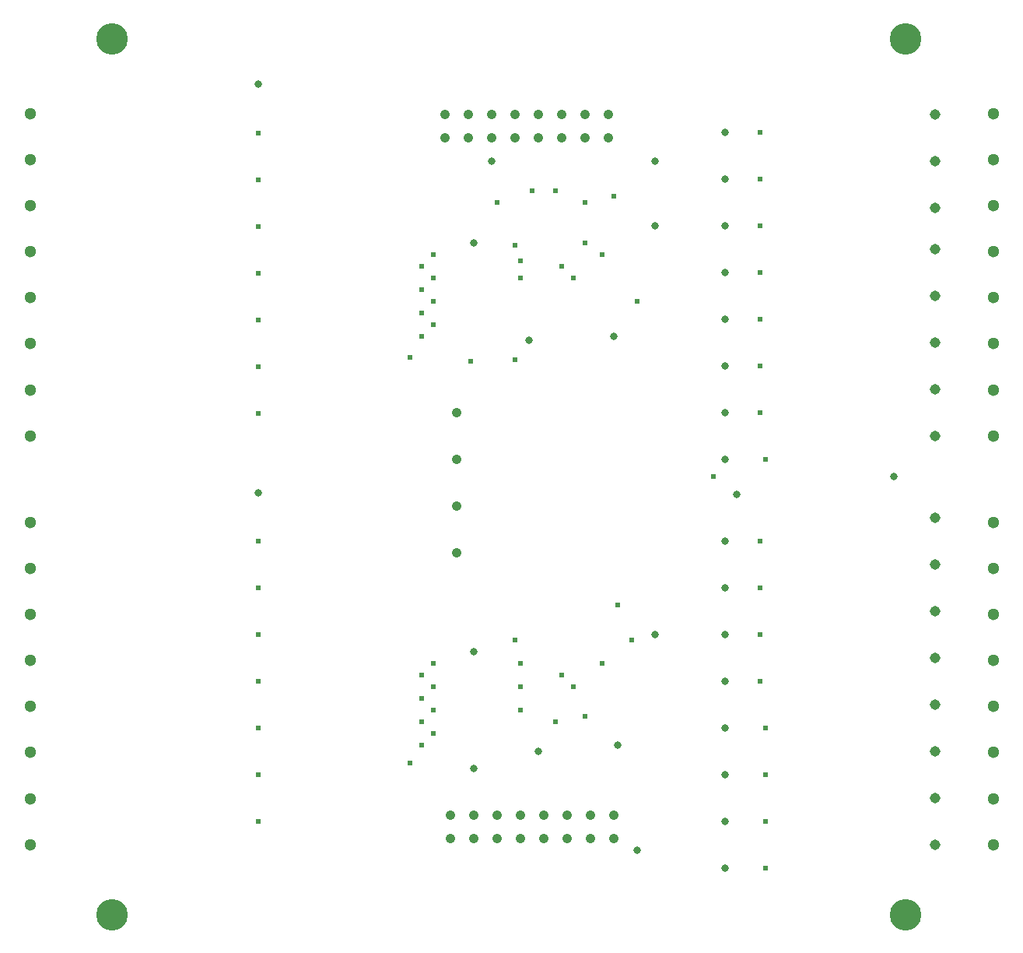
<source format=gbr>
G04 Easy-PC Gerber Version 25.0 Build 5877*
G04 #@! TF.Part,Single*
G04 #@! TF.FilePolarity,Positive*
%FSLAX35Y35*%
%MOIN*%
G04 #@! TA.AperFunction,ViaDrill*
%ADD15C,0.02400*%
%ADD16C,0.03200*%
G04 #@! TA.AperFunction,ComponentDrill*
%ADD116C,0.04200*%
%ADD97C,0.04213*%
G04 #@! TA.AperFunction,MechanicalDrill*
%ADD115C,0.04500*%
G04 #@! TA.AperFunction,ComponentDrill*
%ADD96C,0.05118*%
G04 #@! TA.AperFunction,MechanicalDrill*
%ADD114C,0.13500*%
G04 #@! TD.AperFunction*
X0Y0D02*
D02*
D15*
X152750Y60250D03*
Y80250D03*
Y100250D03*
Y120250D03*
Y140250D03*
Y160250D03*
Y180250D03*
Y234750D03*
Y254750D03*
Y274750D03*
Y294750D03*
Y314750D03*
Y334750D03*
Y354750D03*
X217750Y85250D03*
Y258750D03*
X222750Y92750D03*
Y102750D03*
Y112750D03*
Y122750D03*
Y267750D03*
Y277750D03*
Y287750D03*
Y297750D03*
X227750Y97750D03*
Y107750D03*
Y117750D03*
Y127750D03*
Y272750D03*
Y282750D03*
Y292750D03*
Y302750D03*
X243750Y257250D03*
X255250Y325250D03*
X262750Y137750D03*
Y257750D03*
Y306750D03*
X265250Y107750D03*
Y117750D03*
Y127750D03*
Y292750D03*
Y300250D03*
X270250Y330250D03*
X280250Y102750D03*
Y330250D03*
X282750Y122750D03*
Y297750D03*
X287750Y117750D03*
Y292750D03*
X292750Y105250D03*
Y307750D03*
Y325250D03*
X300250Y127750D03*
Y302750D03*
X305250Y327750D03*
X307022Y152750D03*
X312750Y137750D03*
X315250Y282750D03*
X347750Y207750D03*
X367750Y120250D03*
Y140250D03*
Y160250D03*
Y180250D03*
Y235250D03*
Y255250D03*
Y275250D03*
Y295250D03*
Y315250D03*
Y335250D03*
Y355250D03*
X370250Y40250D03*
Y60250D03*
Y80250D03*
Y100250D03*
Y215250D03*
D02*
D16*
X152750Y200750D03*
Y375750D03*
X245250Y82750D03*
Y132750D03*
Y307750D03*
X252750Y342750D03*
X268750Y266250D03*
X272750Y90250D03*
X305250Y267750D03*
X307022Y92750D03*
X315250Y47750D03*
X322750Y140250D03*
Y315250D03*
Y342750D03*
X352750Y40250D03*
Y60250D03*
Y80250D03*
Y100250D03*
Y120250D03*
Y140250D03*
Y160250D03*
Y180250D03*
Y215250D03*
Y235250D03*
Y255250D03*
Y275250D03*
Y295250D03*
Y315250D03*
Y335250D03*
Y355250D03*
X357750Y200250D03*
X425250Y207750D03*
D02*
D96*
X55250Y50250D03*
Y69935D03*
Y89620D03*
Y109305D03*
Y128990D03*
Y148675D03*
Y168360D03*
Y188045D03*
Y225250D03*
Y244935D03*
Y264620D03*
Y284305D03*
Y303990D03*
Y323675D03*
Y343360D03*
Y363045D03*
X467750Y50250D03*
Y69935D03*
Y89620D03*
Y109305D03*
Y128990D03*
Y148675D03*
Y168360D03*
Y188045D03*
Y225250D03*
Y244935D03*
Y264620D03*
Y284305D03*
Y303990D03*
Y323675D03*
Y343360D03*
Y363045D03*
D02*
D97*
X232750Y352750D03*
Y362750D03*
X235250Y52750D03*
Y62750D03*
X242750Y352750D03*
Y362750D03*
X245250Y52750D03*
Y62750D03*
X252750Y352750D03*
Y362750D03*
X255250Y52750D03*
Y62750D03*
X262750Y352750D03*
Y362750D03*
X265250Y52750D03*
Y62750D03*
X272750Y352750D03*
Y362750D03*
X275250Y52750D03*
Y62750D03*
X282750Y352750D03*
Y362750D03*
X285250Y52750D03*
Y62750D03*
X292750Y352750D03*
Y362750D03*
X295250Y52750D03*
Y62750D03*
X302750Y352750D03*
Y362750D03*
X305250Y52750D03*
Y62750D03*
D02*
D114*
X90250Y20250D03*
Y395250D03*
X430250Y20250D03*
Y395250D03*
D02*
D115*
X442750Y50250D03*
Y70250D03*
Y90250D03*
Y110250D03*
Y130250D03*
Y150250D03*
Y170250D03*
Y190250D03*
Y225250D03*
Y245250D03*
Y265250D03*
Y285250D03*
Y305250D03*
Y322750D03*
Y342750D03*
Y362750D03*
D02*
D116*
X237750Y175250D03*
Y195250D03*
Y215250D03*
Y235250D03*
X0Y0D02*
M02*

</source>
